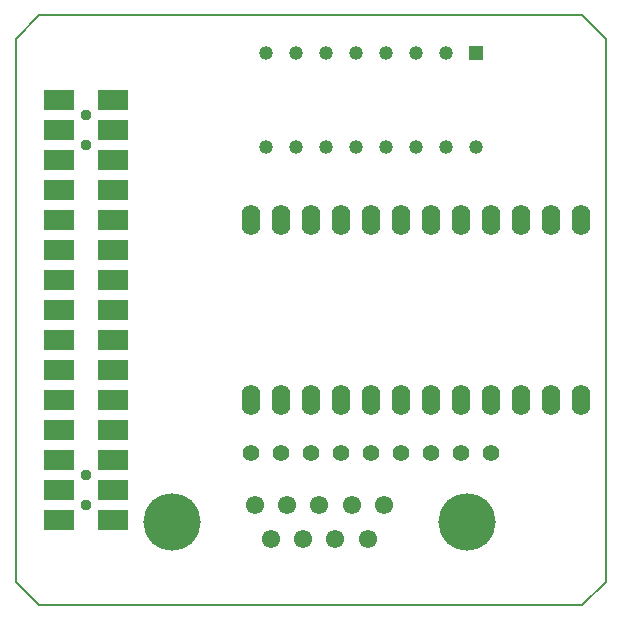
<source format=gbr>
G04 DesignSpark PCB PRO Gerber Version 10.0 Build 5299*
G04 #@! TF.Part,Single*
G04 #@! TF.FileFunction,Soldermask,Bot*
G04 #@! TF.FilePolarity,Negative*
%FSLAX35Y35*%
%MOIN*%
G04 #@! TA.AperFunction,ComponentPad*
%ADD71O,0.06200X0.10137*%
%ADD134R,0.04649X0.04649*%
G04 #@! TD.AperFunction*
%ADD10C,0.00500*%
G04 #@! TA.AperFunction,ComponentPad*
%ADD18C,0.03743*%
%ADD135C,0.04649*%
%ADD129C,0.05476*%
%ADD16C,0.06106*%
%ADD17C,0.19098*%
G04 #@! TA.AperFunction,SMDPad,CuDef*
%ADD19R,0.10436X0.06893*%
G04 #@! TD.AperFunction*
X0Y0D02*
D02*
D10*
X225801Y311839D02*
X233675Y303965D01*
Y122863D01*
X225801Y114989D01*
X44699D01*
X36825Y122863D01*
Y303965D01*
X44699Y311839D01*
X225801D01*
D02*
D16*
X116500Y148414D03*
X121894Y137233D03*
X127287Y148414D03*
X132681Y137233D03*
X138075Y148414D03*
X143469Y137233D03*
X148862Y148414D03*
X154256Y137233D03*
X159650Y148414D03*
D02*
D17*
X88882Y142823D03*
X187268D03*
D02*
D18*
X60250Y148414D03*
Y158414D03*
Y268414D03*
Y278414D03*
D02*
D19*
X51195Y143414D03*
Y153414D03*
Y163414D03*
Y173414D03*
Y183414D03*
Y193414D03*
Y203414D03*
Y213414D03*
Y223414D03*
Y233414D03*
Y243414D03*
Y253414D03*
Y263414D03*
Y273414D03*
Y283414D03*
X69305Y143414D03*
Y153414D03*
Y163414D03*
Y173414D03*
Y183414D03*
Y193414D03*
Y203414D03*
Y213414D03*
Y223414D03*
Y233414D03*
Y243414D03*
Y253414D03*
Y263414D03*
Y273414D03*
Y283414D03*
D02*
D71*
X115250Y183414D03*
Y243414D03*
X125250Y183414D03*
Y243414D03*
X135250Y183414D03*
Y243414D03*
X145250Y183414D03*
Y243414D03*
X155250Y183414D03*
Y243414D03*
X165250Y183414D03*
Y243414D03*
X175250Y183414D03*
Y243414D03*
X185250Y183414D03*
Y243414D03*
X195250Y183414D03*
Y243414D03*
X205250Y183414D03*
Y243414D03*
X215250Y183414D03*
Y243414D03*
X225250Y183414D03*
Y243414D03*
D02*
D129*
X115250Y165914D03*
X125250D03*
X135250D03*
X145250D03*
X155250D03*
X165250D03*
X175250D03*
X185250D03*
X195250D03*
D02*
D134*
X190250Y299044D03*
D02*
D135*
X120250Y267784D03*
Y299044D03*
X130250Y267784D03*
Y299044D03*
X140250Y267784D03*
Y299044D03*
X150250Y267784D03*
Y299044D03*
X160250Y267784D03*
Y299044D03*
X170250Y267784D03*
Y299044D03*
X180250Y267784D03*
Y299044D03*
X190250Y267784D03*
X0Y0D02*
M02*

</source>
